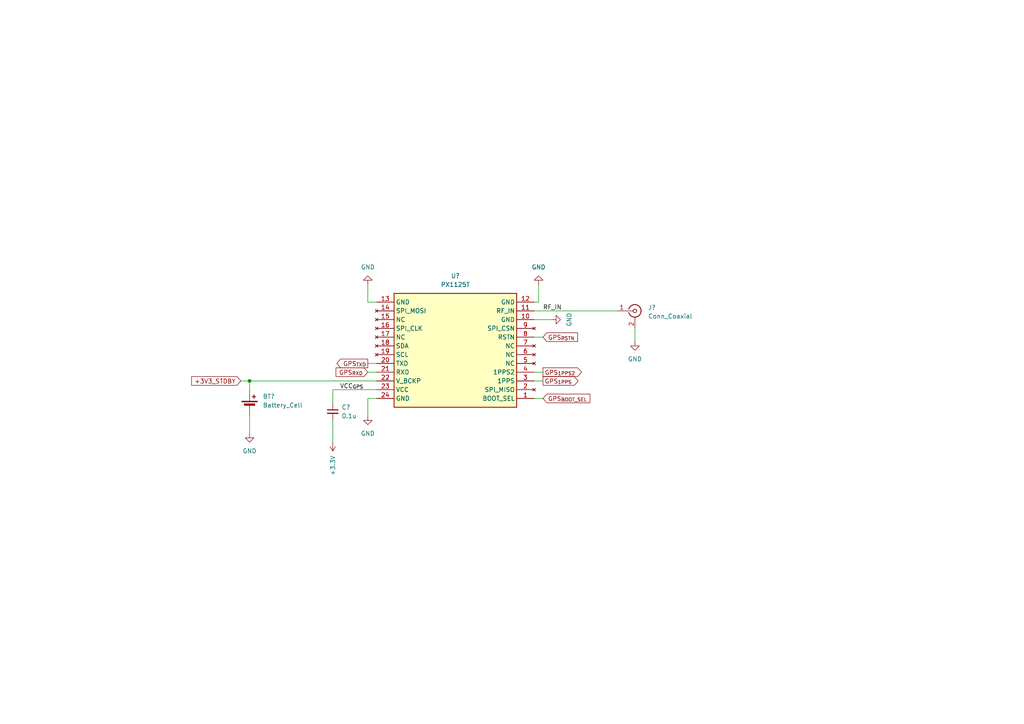
<source format=kicad_sch>
(kicad_sch (version 20230121) (generator eeschema)
  (paper "A4")
  (title_block (title "Nixie Accurate Clock") (rev "A"))
  (lib_symbols
    (symbol "00_lib:PX1125T"
      (property "Reference" "U" (at 5.08 5.08 0))
      (property "Value" "PX1125T" (at 31.75 5.08 0))
      (symbol "PX1125T_1_1"
        (rectangle (start 5.08 2.54) (end 40.64 -30.48) (stroke (width 0.254)) (fill (type background)))
        (pin input line (at 45.72 -27.94 180) (length 5.08) (name "BOOT_SEL") (number "1"))
        (pin power_in line (at 45.72 -5.08 180) (length 5.08) (name "GND") (number "10"))
        (pin input line (at 45.72 -2.54 180) (length 5.08) (name "RF_IN") (number "11"))
        (pin power_in line (at 45.72 0 180) (length 5.08) (name "GND") (number "12"))
        (pin power_in line (at 0 0 0) (length 5.08) (name "GND") (number "13"))
        (pin no_connect line (at 0 -2.54 0) (length 5.08) (name "SPI_MOSI") (number "14"))
        (pin no_connect line (at 0 -5.08 0) (length 5.08) (name "NC") (number "15"))
        (pin no_connect line (at 0 -7.62 0) (length 5.08) (name "SPI_CLK") (number "16"))
        (pin no_connect line (at 0 -10.16 0) (length 5.08) (name "NC") (number "17"))
        (pin no_connect line (at 0 -12.7 0) (length 5.08) (name "SDA") (number "18"))
        (pin no_connect line (at 0 -15.24 0) (length 5.08) (name "SCL") (number "19"))
        (pin no_connect line (at 45.72 -25.4 180) (length 5.08) (name "SPI_MISO") (number "2"))
        (pin output line (at 0 -17.78 0) (length 5.08) (name "TXD") (number "20"))
        (pin input line (at 0 -20.32 0) (length 5.08) (name "RXD") (number "21"))
        (pin power_in line (at 0 -22.86 0) (length 5.08) (name "V_BCKP") (number "22"))
        (pin power_in line (at 0 -25.4 0) (length 5.08) (name "VCC") (number "23"))
        (pin power_in line (at 0 -27.94 0) (length 5.08) (name "GND") (number "24"))
        (pin output line (at 45.72 -22.86 180) (length 5.08) (name "1PPS") (number "3"))
        (pin output line (at 45.72 -20.32 180) (length 5.08) (name "1PPS2") (number "4"))
        (pin no_connect line (at 45.72 -17.78 180) (length 5.08) (name "NC") (number "5"))
        (pin no_connect line (at 45.72 -15.24 180) (length 5.08) (name "NC") (number "6"))
        (pin no_connect line (at 45.72 -12.7 180) (length 5.08) (name "NC") (number "7"))
        (pin input line (at 45.72 -10.16 180) (length 5.08) (name "RSTN") (number "8"))
        (pin no_connect line (at 45.72 -7.62 180) (length 5.08) (name "SPI_CSN") (number "9"))
      )
    )
    (symbol "Connector:Conn_Coaxial" (pin_names (offset 1.016) hide)
      (property "Reference" "J" (at 0.254 3.048 0))
      (property "Value" "Conn_Coaxial" (at 2.921 0 90))
      (symbol "Conn_Coaxial_0_1"
        (arc (start -1.778 -0.508) (mid 0.2311 -1.8066) (end 1.778 0) (stroke (width 0.254)))
        (polyline (pts (xy -2.54 0) (xy -0.508 0)))
        (polyline (pts (xy 0 -2.54) (xy 0 -1.778)))
        (circle (center 0 0) (radius 0.508) (stroke (width 0.2032)))
        (arc (start 1.778 0) (mid 0.2099 1.8101) (end -1.778 0.508) (stroke (width 0.254)))
      )
      (symbol "Conn_Coaxial_1_1"
        (pin passive line (at -5.08 0 0) (length 2.54) (name "In") (number "1"))
        (pin passive line (at 0 -5.08 90) (length 2.54) (name "Ext") (number "2"))
      )
    )
    (symbol "Device:Battery_Cell" (pin_numbers hide) (pin_names (offset 0) hide)
      (property "Reference" "BT" (at 2.54 2.54 0))
      (property "Value" "Battery_Cell" (at 2.54 0 0))
      (symbol "Battery_Cell_0_1"
        (rectangle (start -2.286 1.778) (end 2.286 1.524) (fill (type outline)))
        (rectangle (start -1.524 1.016) (end 1.524 0.508) (fill (type outline)))
        (polyline (pts (xy 0 0.762) (xy 0 0)))
        (polyline (pts (xy 0 1.778) (xy 0 2.54)))
        (polyline (pts (xy 0.762 3.048) (xy 1.778 3.048)) (stroke (width 0.254)))
        (polyline (pts (xy 1.27 3.556) (xy 1.27 2.54)) (stroke (width 0.254)))
      )
      (symbol "Battery_Cell_1_1"
        (pin passive line (at 0 5.08 270) (length 2.54) (name "+") (number "1"))
        (pin passive line (at 0 -2.54 90) (length 2.54) (name "-") (number "2"))
      )
    )
    (symbol "Device:C_Small" (pin_numbers hide) (pin_names (offset 0.254) hide)
      (property "Reference" "C2" (at -2.54 1.2637 0))
      (property "Value" "0.1u" (at -2.54 -1.2763 0))
      (symbol "C_Small_0_1"
        (polyline (pts (xy -1.524 -0.508) (xy 1.524 -0.508)) (stroke (width 0.3302)))
        (polyline (pts (xy -1.524 0.508) (xy 1.524 0.508)) (stroke (width 0.3048)))
      )
      (symbol "C_Small_1_1"
        (pin power_out line (at 0 2.54 270) (length 2.032) (name "~") (number "1"))
        (pin power_in line (at 0 -2.54 90) (length 2.032) (name "~") (number "2"))
      )
    )
    (symbol "power:+3.3V" (power) (pin_names (offset 0))
      (property "Value" "+3.3V" (at 0 3.556 0))
      (symbol "+3.3V_0_1"
        (polyline (pts (xy -0.762 1.27) (xy 0 2.54)))
        (polyline (pts (xy 0 0) (xy 0 2.54)))
        (polyline (pts (xy 0 2.54) (xy 0.762 1.27)))
      )
      (symbol "+3.3V_1_1"
        (pin power_in line (at 0 0 90) (length 0) hide (name "+3.3V") (number "1"))
      )
    )
    (symbol "power:GND" (power) (pin_names (offset 0))
      (property "Value" "GND" (at 0 -3.81 0))
      (symbol "GND_0_1"
        (polyline (pts (xy 0 0) (xy 0 -1.27) (xy 1.27 -1.27) (xy 0 -2.54) (xy -1.27 -1.27) (xy 0 -1.27)))
      )
      (symbol "GND_1_1"
        (pin power_in line (at 0 0 270) (length 0) hide (name "GND") (number "1"))
      )
    )
  )
  (junction (at 72.39 110.49))
  (wire (pts (xy 184.15 95.25) (xy 184.15 99.06)))
  (wire (pts (xy 96.52 128.27) (xy 96.52 121.92)))
  (wire (pts (xy 106.68 87.63) (xy 109.22 87.63)))
  (wire (pts (xy 154.94 87.63) (xy 156.21 87.63)))
  (wire (pts (xy 72.39 120.65) (xy 72.39 125.73)))
  (wire (pts (xy 106.68 82.55) (xy 106.68 87.63)))
  (wire (pts (xy 96.52 113.03) (xy 109.22 113.03)))
  (wire (pts (xy 106.68 105.41) (xy 109.22 105.41)))
  (wire (pts (xy 72.39 110.49) (xy 109.22 110.49)))
  (wire (pts (xy 154.94 110.49) (xy 157.48 110.49)))
  (wire (pts (xy 96.52 116.84) (xy 96.52 113.03)))
  (wire (pts (xy 69.85 110.49) (xy 72.39 110.49)))
  (wire (pts (xy 106.68 120.65) (xy 106.68 115.57)))
  (wire (pts (xy 154.94 90.17) (xy 179.07 90.17)))
  (wire (pts (xy 106.68 107.95) (xy 109.22 107.95)))
  (wire (pts (xy 106.68 115.57) (xy 109.22 115.57)))
  (wire (pts (xy 154.94 107.95) (xy 157.48 107.95)))
  (wire (pts (xy 154.94 115.57) (xy 157.48 115.57)))
  (wire (pts (xy 156.21 82.55) (xy 156.21 87.63)))
  (wire (pts (xy 72.39 110.49) (xy 72.39 113.03)))
  (wire (pts (xy 154.94 92.71) (xy 160.02 92.71)))
  (wire (pts (xy 154.94 97.79) (xy 157.48 97.79)))
  (label "VCC_{GPS}" (at 105.41 113.03 180))
  (label "RF_IN" (at 157.48 90.17 0))
  (global_label "GPS_{RSTN}" (shape input) (at 157.48 97.79 0) (property "Intersheetrefs" "${INTERSHEET_REFS}" (effects hide)))
  (global_label "GPS_{TXD}" (shape output) (at 106.68 105.41 180) (property "Intersheetrefs" "${INTERSHEET_REFS}" (effects hide)))
  (global_label "+3V3_STDBY" (shape input) (at 69.85 110.49 180) (property "Intersheetrefs" "${INTERSHEET_REFS}" (effects hide)))
  (global_label "GPS_{BOOT_SEL}" (shape input) (at 157.48 115.57 0) (property "Intersheetrefs" "${INTERSHEET_REFS}" (effects hide)))
  (global_label "GPS_{1PPS2}" (shape output) (at 157.48 107.95 0) (property "Intersheetrefs" "${INTERSHEET_REFS}" (effects hide)))
  (global_label "GPS_{1PPS}" (shape output) (at 157.48 110.49 0) (property "Intersheetrefs" "${INTERSHEET_REFS}" (effects hide)))
  (global_label "GPS_{RXD}" (shape input) (at 106.68 107.95 180) (property "Intersheetrefs" "${INTERSHEET_REFS}" (effects hide)))
  (symbol (lib_id "Device:C_Small") (at 96.52 119.38 0) (mirror y) (unit 1)
    (property "Reference" "C?" (at 99.06 118.1163 0) (effects (justify right)))
    (property "Value" "0.1u" (at 99.06 120.6563 0) (effects (justify right)))
    (property "Footprint" "Capacitor_SMD:C_0603_1608Metric" (effects hide))
    (instances (project "nixieAccurateClock" (path "" (reference "C?") (unit 1)) (path "" (reference "C1") (unit 1))))
  )
  (symbol (lib_id "power:GND") (at 160.02 92.71 90) (mirror x) (unit 1)
    (property "Reference" "#PWR?" (effects hide))
    (property "Value" "GND" (at 165.1 92.71 0))
    (instances (project "nixieAccurateClock" (path "" (reference "#PWR?") (unit 1)) (path "" (reference "#PWR016") (unit 1))))
  )
  (symbol (lib_id "power:GND") (at 72.39 125.73 0) (mirror y) (unit 1)
    (property "Reference" "#PWR?" (effects hide))
    (property "Value" "GND" (at 72.39 130.81 0))
    (instances (project "nixieAccurateClock" (path "" (reference "#PWR?") (unit 1)) (path "" (reference "#PWR011") (unit 1))))
  )
  (symbol (lib_id "power:GND") (at 184.15 99.06 0) (mirror y) (unit 1)
    (property "Reference" "#PWR?" (effects hide))
    (property "Value" "GND" (at 184.15 104.14 0))
    (instances (project "nixieAccurateClock" (path "" (reference "#PWR?") (unit 1)) (path "" (reference "#PWR017") (unit 1))))
  )
  (symbol (lib_id "power:GND") (at 106.68 82.55 180) (unit 1)
    (property "Reference" "#PWR?" (effects hide))
    (property "Value" "GND" (at 106.68 77.47 0))
    (instances (project "nixieAccurateClock" (path "" (reference "#PWR?") (unit 1)) (path "" (reference "#PWR013") (unit 1))))
  )
  (symbol (lib_id "power:+3.3V") (at 96.52 128.27 180) (unit 1)
    (property "Reference" "#PWR?" (effects hide))
    (property "Value" "+3.3V" (at 96.52 132.08 90) (effects (justify left)))
    (instances (project "nixieAccurateClock" (path "" (reference "#PWR?") (unit 1)) (path "" (reference "#PWR012") (unit 1))))
  )
  (symbol (lib_id "Device:Battery_Cell") (at 72.39 118.11 0) (unit 1)
    (property "Reference" "BT?" (at 76.2 114.9985 0) (effects (justify left)))
    (property "Value" "Battery_Cell" (at 76.2 117.5385 0) (effects (justify left)))
    (property "Footprint" "Battery:BatteryHolder_Keystone_103_1x20mm" (effects hide))
    (instances (project "nixieAccurateClock" (path "" (reference "BT?") (unit 1)) (path "" (reference "BT1") (unit 1))))
  )
  (symbol (lib_id "power:GND") (at 156.21 82.55 0) (mirror x) (unit 1)
    (property "Reference" "#PWR?" (effects hide))
    (property "Value" "GND" (at 156.21 77.47 0))
    (instances (project "nixieAccurateClock" (path "" (reference "#PWR?") (unit 1)) (path "" (reference "#PWR015") (unit 1))))
  )
  (symbol (lib_id "00_lib:PX1125T") (at 109.22 87.63 0) (unit 1)
    (property "Reference" "U?" (at 132.08 80.01 0))
    (property "Value" "PX1125T" (at 132.08 82.55 0))
    (property "Footprint" "00_lib:PX1125T" (effects hide))
    (property "Datasheet" "https://navspark.mybigcommerce.com/content/PX1125T_DS.pdf" (effects hide))
    (property "Height" "2.6" (effects hide))
    (property "Manufacturer_Name" "SkyTraq" (effects hide))
    (property "Manufacturer_Part_Number" "PX1125T" (effects hide))
    (property "Sim.Enable" "0" (effects hide))
    (instances (project "nixieAccurateClock" (path "" (reference "U?") (unit 1)) (path "" (reference "U2") (unit 1))))
  )
  (symbol (lib_id "power:GND") (at 106.68 120.65 0) (mirror y) (unit 1)
    (property "Reference" "#PWR?" (effects hide))
    (property "Value" "GND" (at 106.68 125.73 0))
    (instances (project "nixieAccurateClock" (path "" (reference "#PWR?") (unit 1)) (path "" (reference "#PWR014") (unit 1))))
  )
  (symbol (lib_id "Connector:Conn_Coaxial") (at 184.15 90.17 0) (unit 1)
    (property "Reference" "J?" (at 187.96 89.1932 0) (effects (justify left)))
    (property "Value" "Conn_Coaxial" (at 187.96 91.7332 0) (effects (justify left)))
    (property "Footprint" "00_lib:SMA_Amphenol_132289_EdgeMount" (effects hide))
    (property "Datasheet" " ~" (effects hide))
    (instances (project "nixieAccurateClock" (path "" (reference "J?") (unit 1)) (path "" (reference "J4") (unit 1))))
  )
)
</source>
